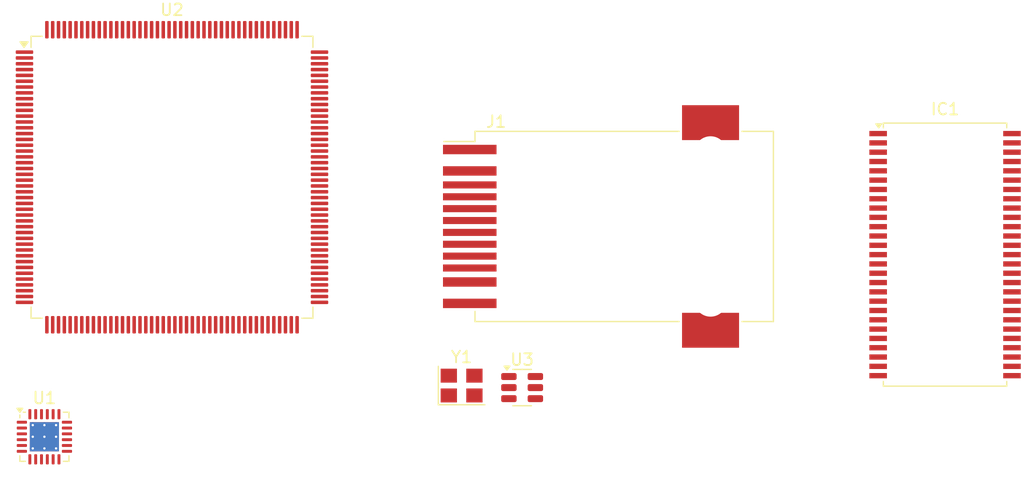
<source format=kicad_pcb>
(kicad_pcb (version 20240108) (generator "pcbnew") (generator_version "8.0")
  (layers (0 "F.Cu" signal) (31 "B.Cu" signal) (34 "B.Paste" user) (35 "F.Paste" user) (36 "B.SilkS" user "B.Silkscreen") (37 "F.SilkS" user "F.Silkscreen") (38 "B.Mask" user) (39 "F.Mask" user) (44 "Edge.Cuts" user))
  (net 0 "")
  (net 1 "Net-(J1-TD-)")
  (net 2 "+3V3_FER")
  (net 3 "Net-(J1-RD+)")
  (net 4 "Net-(J1-RD-)")
  (net 5 "Earth")
  (net 6 "/Ethernet/LED_G")
  (net 7 "Net-(J1-Pad11)")
  (net 8 "Net-(J1-TD+)")
  (net 9 "Net-(J1-Pad2)")
  (net 10 "/Ethernet/LED_Y")
  (net 13 "GND")
  (net 20 "Net-(U1-VDDCR)")
  (net 22 "Net-(U1-RBIAS)")
  (net 24 "+3V3")
  (net 30 "Net-(U2A-VSS-Pad102)")
  (footprint "Crystal:Crystal_SMD_3225-4Pin_3.2x2.5mm" (layer "F.Cu") (at 141.61 90.35)
    (property "Reference" "Y1" (at 0 -2.45 0) (layer "F.SilkS"))
    (property "Value" "830108174209")
    (fp_line (start -2 -1.65) (end -2 1.65) (stroke (width 0.12)) (layer "F.SilkS"))
    (fp_line (start -2 1.65) (end 2 1.65) (stroke (width 0.12)) (layer "F.SilkS"))
    (pad "1" smd rect (at -1.1 0.85) (size 1.4 1.2) (layers "F.Cu" "F.Paste" "F.Mask"))
    (pad "2" smd rect (at 1.1 0.85) (size 1.4 1.2) (layers "F.Cu" "F.Paste" "F.Mask"))
    (pad "3" smd rect (at 1.1 -0.85) (size 1.4 1.2) (layers "F.Cu" "F.Paste" "F.Mask"))
    (pad "4" smd rect (at -1.1 -0.85) (size 1.4 1.2) (layers "F.Cu" "F.Paste" "F.Mask"))
  )
  (footprint "Package_QFP:LQFP-176_24x24mm_P0.5mm" (layer "F.Cu") (at 116.725 72.45)
    (property "Reference" "U2" (at 0 -14.38 0) (layer "F.SilkS"))
    (property "Value" "STM32H753IITx")
    (fp_line (start -12.11 -12.11) (end -12.11 -11.16) (stroke (width 0.12)) (layer "F.SilkS"))
    (fp_line (start -12.11 12.11) (end -12.11 11.16) (stroke (width 0.12)) (layer "F.SilkS"))
    (fp_line (start -11.16 -12.11) (end -12.11 -12.11) (stroke (width 0.12)) (layer "F.SilkS"))
    (fp_line (start -11.16 12.11) (end -12.11 12.11) (stroke (width 0.12)) (layer "F.SilkS"))
    (fp_line (start 11.16 -12.11) (end 12.11 -12.11) (stroke (width 0.12)) (layer "F.SilkS"))
    (fp_line (start 11.16 12.11) (end 12.11 12.11) (stroke (width 0.12)) (layer "F.SilkS"))
    (fp_line (start 12.11 -12.11) (end 12.11 -11.16) (stroke (width 0.12)) (layer "F.SilkS"))
    (fp_line (start 12.11 12.11) (end 12.11 11.16) (stroke (width 0.12)) (layer "F.SilkS"))
    (fp_poly (pts (xy -12.7125 -11.16) (xy -13.0525 -11.63) (xy -12.3725 -11.63) (xy -12.7125 -11.16)) (stroke (width 0.12)) (fill solid) (layer "F.SilkS"))
    (pad "1" smd roundrect (at -12.675 -10.75) (size 1.5 0.3) (layers "F.Cu" "F.Paste" "F.Mask"))
    (pad "2" smd roundrect (at -12.675 -10.25) (size 1.5 0.3) (layers "F.Cu" "F.Paste" "F.Mask"))
    (pad "3" smd roundrect (at -12.675 -9.75) (size 1.5 0.3) (layers "F.Cu" "F.Paste" "F.Mask"))
    (pad "4" smd roundrect (at -12.675 -9.25) (size 1.5 0.3) (layers "F.Cu" "F.Paste" "F.Mask"))
    (pad "5" smd roundrect (at -12.675 -8.75) (size 1.5 0.3) (layers "F.Cu" "F.Paste" "F.Mask"))
    (pad "6" smd roundrect (at -12.675 -8.25) (size 1.5 0.3) (layers "F.Cu" "F.Paste" "F.Mask"))
    (pad "7" smd roundrect (at -12.675 -7.75) (size 1.5 0.3) (layers "F.Cu" "F.Paste" "F.Mask"))
    (pad "8" smd roundrect (at -12.675 -7.25) (size 1.5 0.3) (layers "F.Cu" "F.Paste" "F.Mask"))
    (pad "9" smd roundrect (at -12.675 -6.75) (size 1.5 0.3) (layers "F.Cu" "F.Paste" "F.Mask"))
    (pad "10" smd roundrect (at -12.675 -6.25) (size 1.5 0.3) (layers "F.Cu" "F.Paste" "F.Mask"))
    (pad "11" smd roundrect (at -12.675 -5.75) (size 1.5 0.3) (layers "F.Cu" "F.Paste" "F.Mask"))
    (pad "12" smd roundrect (at -12.675 -5.25) (size 1.5 0.3) (layers "F.Cu" "F.Paste" "F.Mask"))
    (pad "13" smd roundrect (at -12.675 -4.75) (size 1.5 0.3) (layers "F.Cu" "F.Paste" "F.Mask"))
    (pad "14" smd roundrect (at -12.675 -4.25) (size 1.5 0.3) (layers "F.Cu" "F.Paste" "F.Mask") (net 30 "Net-(U2A-VSS-Pad102)"))
    (pad "15" smd roundrect (at -12.675 -3.75) (size 1.5 0.3) (layers "F.Cu" "F.Paste" "F.Mask"))
    (pad "16" smd roundrect (at -12.675 -3.25) (size 1.5 0.3) (layers "F.Cu" "F.Paste" "F.Mask"))
    (pad "17" smd roundrect (at -12.675 -2.75) (size 1.5 0.3) (layers "F.Cu" "F.Paste" "F.Mask"))
    (pad "18" smd roundrect (at -12.675 -2.25) (size 1.5 0.3) (layers "F.Cu" "F.Paste" "F.Mask"))
    (pad "19" smd roundrect (at -12.675 -1.75) (size 1.5 0.3) (layers "F.Cu" "F.Paste" "F.Mask"))
    (pad "20" smd roundrect (at -12.675 -1.25) (size 1.5 0.3) (layers "F.Cu" "F.Paste" "F.Mask"))
    (pad "21" smd roundrect (at -12.675 -0.75) (size 1.5 0.3) (layers "F.Cu" "F.Paste" "F.Mask"))
    (pad "22" smd roundrect (at -12.675 -0.25) (size 1.5 0.3) (layers "F.Cu" "F.Paste" "F.Mask") (net 30 "Net-(U2A-VSS-Pad102)"))
    (pad "23" smd roundrect (at -12.675 0.25) (size 1.5 0.3) (layers "F.Cu" "F.Paste" "F.Mask"))
    (pad "24" smd roundrect (at -12.675 0.75) (size 1.5 0.3) (layers "F.Cu" "F.Paste" "F.Mask"))
    (pad "25" smd roundrect (at -12.675 1.25) (size 1.5 0.3) (layers "F.Cu" "F.Paste" "F.Mask"))
    (pad "26" smd roundrect (at -12.675 1.75) (size 1.5 0.3) (layers "F.Cu" "F.Paste" "F.Mask"))
    (pad "27" smd roundrect (at -12.675 2.25) (size 1.5 0.3) (layers "F.Cu" "F.Paste" "F.Mask"))
    (pad "28" smd roundrect (at -12.675 2.75) (size 1.5 0.3) (layers "F.Cu" "F.Paste" "F.Mask"))
    (pad "29" smd roundrect (at -12.675 3.25) (size 1.5 0.3) (layers "F.Cu" "F.Paste" "F.Mask"))
    (pad "30" smd roundrect (at -12.675 3.75) (size 1.5 0.3) (layers "F.Cu" "F.Paste" "F.Mask"))
    (pad "31" smd roundrect (at -12.675 4.25) (size 1.5 0.3) (layers "F.Cu" "F.Paste" "F.Mask"))
    (pad "32" smd roundrect (at -12.675 4.75) (size 1.5 0.3) (layers "F.Cu" "F.Paste" "F.Mask"))
    (pad "33" smd roundrect (at -12.675 5.25) (size 1.5 0.3) (layers "F.Cu" "F.Paste" "F.Mask"))
    (pad "34" smd roundrect (at -12.675 5.75) (size 1.5 0.3) (layers "F.Cu" "F.Paste" "F.Mask"))
    (pad "35" smd roundrect (at -12.675 6.25) (size 1.5 0.3) (layers "F.Cu" "F.Paste" "F.Mask"))
    (pad "36" smd roundrect (at -12.675 6.75) (size 1.5 0.3) (layers "F.Cu" "F.Paste" "F.Mask"))
    (pad "37" smd roundrect (at -12.675 7.25) (size 1.5 0.3) (layers "F.Cu" "F.Paste" "F.Mask"))
    (pad "38" smd roundrect (at -12.675 7.75) (size 1.5 0.3) (layers "F.Cu" "F.Paste" "F.Mask"))
    (pad "39" smd roundrect (at -12.675 8.25) (size 1.5 0.3) (layers "F.Cu" "F.Paste" "F.Mask"))
    (pad "40" smd roundrect (at -12.675 8.75) (size 1.5 0.3) (layers "F.Cu" "F.Paste" "F.Mask"))
    (pad "41" smd roundrect (at -12.675 9.25) (size 1.5 0.3) (layers "F.Cu" "F.Paste" "F.Mask"))
    (pad "42" smd roundrect (at -12.675 9.75) (size 1.5 0.3) (layers "F.Cu" "F.Paste" "F.Mask"))
    (pad "43" smd roundrect (at -12.675 10.25) (size 1.5 0.3) (layers "F.Cu" "F.Paste" "F.Mask"))
    (pad "44" smd roundrect (at -12.675 10.75) (size 1.5 0.3) (layers "F.Cu" "F.Paste" "F.Mask"))
    (pad "45" smd roundrect (at -10.75 12.675) (size 0.3 1.5) (layers "F.Cu" "F.Paste" "F.Mask"))
    (pad "46" smd roundrect (at -10.25 12.675) (size 0.3 1.5) (layers "F.Cu" "F.Paste" "F.Mask"))
    (pad "47" smd roundrect (at -9.75 12.675) (size 0.3 1.5) (layers "F.Cu" "F.Paste" "F.Mask"))
    (pad "48" smd roundrect (at -9.25 12.675) (size 0.3 1.5) (layers "F.Cu" "F.Paste" "F.Mask") (net 30 "Net-(U2A-VSS-Pad102)"))
    (pad "49" smd roundrect (at -8.75 12.675) (size 0.3 1.5) (layers "F.Cu" "F.Paste" "F.Mask"))
    (pad "50" smd roundrect (at -8.25 12.675) (size 0.3 1.5) (layers "F.Cu" "F.Paste" "F.Mask"))
    (pad "51" smd roundrect (at -7.75 12.675) (size 0.3 1.5) (layers "F.Cu" "F.Paste" "F.Mask"))
    (pad "52" smd roundrect (at -7.25 12.675) (size 0.3 1.5) (layers "F.Cu" "F.Paste" "F.Mask"))
    (pad "53" smd roundrect (at -6.75 12.675) (size 0.3 1.5) (layers "F.Cu" "F.Paste" "F.Mask"))
    (pad "54" smd roundrect (at -6.25 12.675) (size 0.3 1.5) (layers "F.Cu" "F.Paste" "F.Mask"))
    (pad "55" smd roundrect (at -5.75 12.675) (size 0.3 1.5) (layers "F.Cu" "F.Paste" "F.Mask"))
    (pad "56" smd roundrect (at -5.25 12.675) (size 0.3 1.5) (layers "F.Cu" "F.Paste" "F.Mask"))
    (pad "57" smd roundrect (at -4.75 12.675) (size 0.3 1.5) (layers "F.Cu" "F.Paste" "F.Mask"))
    (pad "58" smd roundrect (at -4.25 12.675) (size 0.3 1.5) (layers "F.Cu" "F.Paste" "F.Mask"))
    (pad "59" smd roundrect (at -3.75 12.675) (size 0.3 1.5) (layers "F.Cu" "F.Paste" "F.Mask"))
    (pad "60" smd roundrect (at -3.25 12.675) (size 0.3 1.5) (layers "F.Cu" "F.Paste" "F.Mask"))
    (pad "61" smd roundrect (at -2.75 12.675) (size 0.3 1.5) (layers "F.Cu" "F.Paste" "F.Mask") (net 30 "Net-(U2A-VSS-Pad102)"))
    (pad "62" smd roundrect (at -2.25 12.675) (size 0.3 1.5) (layers "F.Cu" "F.Paste" "F.Mask"))
    (pad "63" smd roundrect (at -1.75 12.675) (size 0.3 1.5) (layers "F.Cu" "F.Paste" "F.Mask"))
    (pad "64" smd roundrect (at -1.25 12.675) (size 0.3 1.5) (layers "F.Cu" "F.Paste" "F.Mask"))
    (pad "65" smd roundrect (at -0.75 12.675) (size 0.3 1.5) (layers "F.Cu" "F.Paste" "F.Mask"))
    (pad "66" smd roundrect (at -0.25 12.675) (size 0.3 1.5) (layers "F.Cu" "F.Paste" "F.Mask"))
    (pad "67" smd roundrect (at 0.25 12.675) (size 0.3 1.5) (layers "F.Cu" "F.Paste" "F.Mask"))
    (pad "68" smd roundrect (at 0.75 12.675) (size 0.3 1.5) (layers "F.Cu" "F.Paste" "F.Mask"))
    (pad "69" smd roundrect (at 1.25 12.675) (size 0.3 1.5) (layers "F.Cu" "F.Paste" "F.Mask"))
    (pad "70" smd roundrect (at 1.75 12.675) (size 0.3 1.5) (layers "F.Cu" "F.Paste" "F.Mask"))
    (pad "71" smd roundrect (at 2.25 12.675) (size 0.3 1.5) (layers "F.Cu" "F.Paste" "F.Mask") (net 30 "Net-(U2A-VSS-Pad102)"))
    (pad "72" smd roundrect (at 2.75 12.675) (size 0.3 1.5) (layers "F.Cu" "F.Paste" "F.Mask"))
    (pad "73" smd roundrect (at 3.25 12.675) (size 0.3 1.5) (layers "F.Cu" "F.Paste" "F.Mask"))
    (pad "74" smd roundrect (at 3.75 12.675) (size 0.3 1.5) (layers "F.Cu" "F.Paste" "F.Mask"))
    (pad "75" smd roundrect (at 4.25 12.675) (size 0.3 1.5) (layers "F.Cu" "F.Paste" "F.Mask"))
    (pad "76" smd roundrect (at 4.75 12.675) (size 0.3 1.5) (layers "F.Cu" "F.Paste" "F.Mask"))
    (pad "77" smd roundrect (at 5.25 12.675) (size 0.3 1.5) (layers "F.Cu" "F.Paste" "F.Mask"))
    (pad "78" smd roundrect (at 5.75 12.675) (size 0.3 1.5) (layers "F.Cu" "F.Paste" "F.Mask"))
    (pad "79" smd roundrect (at 6.25 12.675) (size 0.3 1.5) (layers "F.Cu" "F.Paste" "F.Mask"))
    (pad "80" smd roundrect (at 6.75 12.675) (size 0.3 1.5) (layers "F.Cu" "F.Paste" "F.Mask"))
    (pad "81" smd roundrect (at 7.25 12.675) (size 0.3 1.5) (layers "F.Cu" "F.Paste" "F.Mask"))
    (pad "82" smd roundrect (at 7.75 12.675) (size 0.3 1.5) (layers "F.Cu" "F.Paste" "F.Mask"))
    (pad "83" smd roundrect (at 8.25 12.675) (size 0.3 1.5) (layers "F.Cu" "F.Paste" "F.Mask"))
    (pad "84" smd roundrect (at 8.75 12.675) (size 0.3 1.5) (layers "F.Cu" "F.Paste" "F.Mask"))
    (pad "85" smd roundrect (at 9.25 12.675) (size 0.3 1.5) (layers "F.Cu" "F.Paste" "F.Mask"))
    (pad "86" smd roundrect (at 9.75 12.675) (size 0.3 1.5) (layers "F.Cu" "F.Paste" "F.Mask"))
    (pad "87" smd roundrect (at 10.25 12.675) (size 0.3 1.5) (layers "F.Cu" "F.Paste" "F.Mask"))
    (pad "88" smd roundrect (at 10.75 12.675) (size 0.3 1.5) (layers "F.Cu" "F.Paste" "F.Mask"))
    (pad "89" smd roundrect (at 12.675 10.75) (size 1.5 0.3) (layers "F.Cu" "F.Paste" "F.Mask"))
    (pad "90" smd roundrect (at 12.675 10.25) (size 1.5 0.3) (layers "F.Cu" "F.Paste" "F.Mask") (net 30 "Net-(U2A-VSS-Pad102)"))
    (pad "91" smd roundrect (at 12.675 9.75) (size 1.5 0.3) (layers "F.Cu" "F.Paste" "F.Mask"))
    (pad "92" smd roundrect (at 12.675 9.25) (size 1.5 0.3) (layers "F.Cu" "F.Paste" "F.Mask"))
    (pad "93" smd roundrect (at 12.675 8.75) (size 1.5 0.3) (layers "F.Cu" "F.Paste" "F.Mask"))
    (pad "94" smd roundrect (at 12.675 8.25) (size 1.5 0.3) (layers "F.Cu" "F.Paste" "F.Mask"))
    (pad "95" smd roundrect (at 12.675 7.75) (size 1.5 0.3) (layers "F.Cu" "F.Paste" "F.Mask"))
    (pad "96" smd roundrect (at 12.675 7.25) (size 1.5 0.3) (layers "F.Cu" "F.Paste" "F.Mask"))
    (pad "97" smd roundrect (at 12.675 6.75) (size 1.5 0.3) (layers "F.Cu" "F.Paste" "F.Mask"))
    (pad "98" smd roundrect (at 12.675 6.25) (size 1.5 0.3) (layers "F.Cu" "F.Paste" "F.Mask"))
    (pad "99" smd roundrect (at 12.675 5.75) (size 1.5 0.3) (layers "F.Cu" "F.Paste" "F.Mask"))
    (pad "100" smd roundrect (at 12.675 5.25) (size 1.5 0.3) (layers "F.Cu" "F.Paste" "F.Mask"))
    (pad "101" smd roundrect (at 12.675 4.75) (size 1.5 0.3) (layers "F.Cu" "F.Paste" "F.Mask"))
    (pad "102" smd roundrect (at 12.675 4.25) (size 1.5 0.3) (layers "F.Cu" "F.Paste" "F.Mask") (net 30 "Net-(U2A-VSS-Pad102)"))
    (pad "103" smd roundrect (at 12.675 3.75) (size 1.5 0.3) (layers "F.Cu" "F.Paste" "F.Mask"))
    (pad "104" smd roundrect (at 12.675 3.25) (size 1.5 0.3) (layers "F.Cu" "F.Paste" "F.Mask"))
    (pad "105" smd roundrect (at 12.675 2.75) (size 1.5 0.3) (layers "F.Cu" "F.Paste" "F.Mask"))
    (pad "106" smd roundrect (at 12.675 2.25) (size 1.5 0.3) (layers "F.Cu" "F.Paste" "F.Mask"))
    (pad "107" smd roundrect (at 12.675 1.75) (size 1.5 0.3) (layers "F.Cu" "F.Paste" "F.Mask"))
    (pad "108" smd roundrect (at 12.675 1.25) (size 1.5 0.3) (layers "F.Cu" "F.Paste" "F.Mask"))
    (pad "109" smd roundrect (at 12.675 0.75) (size 1.5 0.3) (layers "F.Cu" "F.Paste" "F.Mask"))
    (pad "110" smd roundrect (at 12.675 0.25) (size 1.5 0.3) (layers "F.Cu" "F.Paste" "F.Mask"))
    (pad "111" smd roundrect (at 12.675 -0.25) (size 1.5 0.3) (layers "F.Cu" "F.Paste" "F.Mask"))
    (pad "112" smd roundrect (at 12.675 -0.75) (size 1.5 0.3) (layers "F.Cu" "F.Paste" "F.Mask"))
    (pad "113" smd roundrect (at 12.675 -1.25) (size 1.5 0.3) (layers "F.Cu" "F.Paste" "F.Mask") (net 30 "Net-(U2A-VSS-Pad102)"))
    (pad "114" smd roundrect (at 12.675 -1.75) (size 1.5 0.3) (layers "F.Cu" "F.Paste" "F.Mask"))
    (pad "115" smd roundrect (at 12.675 -2.25) (size 1.5 0.3) (layers "F.Cu" "F.Paste" "F.Mask"))
    (pad "116" smd roundrect (at 12.675 -2.75) (size 1.5 0.3) (layers "F.Cu" "F.Paste" "F.Mask"))
    (pad "117" smd roundrect (at 12.675 -3.25) (size 1.5 0.3) (layers "F.Cu" "F.Paste" "F.Mask"))
    (pad "118" smd roundrect (at 12.675 -3.75) (size 1.5 0.3) (layers "F.Cu" "F.Paste" "F.Mask"))
    (pad "119" smd roundrect (at 12.675 -4.25) (size 1.5 0.3) (layers "F.Cu" "F.Paste" "F.Mask"))
    (pad "120" smd roundrect (at 12.675 -4.75) (size 1.5 0.3) (layers "F.Cu" "F.Paste" "F.Mask"))
    (pad "121" smd roundrect (at 12.675 -5.25) (size 1.5 0.3) (layers "F.Cu" "F.Paste" "F.Mask"))
    (pad "122" smd roundrect (at 12.675 -5.75) (size 1.5 0.3) (layers "F.Cu" "F.Paste" "F.Mask"))
    (pad "123" smd roundrect (at 12.675 -6.25) (size 1.5 0.3) (layers "F.Cu" "F.Paste" "F.Mask"))
    (pad "124" smd roundrect (at 12.675 -6.75) (size 1.5 0.3) (layers "F.Cu" "F.Paste" "F.Mask"))
    (pad "125" smd roundrect (at 12.675 -7.25) (size 1.5 0.3) (layers "F.Cu" "F.Paste" "F.Mask"))
    (pad "126" smd roundrect (at 12.675 -7.75) (size 1.5 0.3) (layers "F.Cu" "F.Paste" "F.Mask") (net 30 "Net-(U2A-VSS-Pad102)"))
    (pad "127" smd roundrect (at 12.675 -8.25) (size 1.5 0.3) (layers "F.Cu" "F.Paste" "F.Mask"))
    (pad "128" smd roundrect (at 12.675 -8.75) (size 1.5 0.3) (layers "F.Cu" "F.Paste" "F.Mask"))
    (pad "129" smd roundrect (at 12.675 -9.25) (size 1.5 0.3) (layers "F.Cu" "F.Paste" "F.Mask"))
    (pad "130" smd roundrect (at 12.675 -9.75) (size 1.5 0.3) (layers "F.Cu" "F.Paste" "F.Mask"))
    (pad "131" smd roundrect (at 12.675 -10.25) (size 1.5 0.3) (layers "F.Cu" "F.Paste" "F.Mask"))
    (pad "132" smd roundrect (at 12.675 -10.75) (size 1.5 0.3) (layers "F.Cu" "F.Paste" "F.Mask"))
    (pad "133" smd roundrect (at 10.75 -12.675) (size 0.3 1.5) (layers "F.Cu" "F.Paste" "F.Mask"))
    (pad "134" smd roundrect (at 10.25 -12.675) (size 0.3 1.5) (layers "F.Cu" "F.Paste" "F.Mask"))
    (pad "135" smd roundrect (at 9.75 -12.675) (size 0.3 1.5) (layers "F.Cu" "F.Paste" "F.Mask") (net 30 "Net-(U2A-VSS-Pad102)"))
    (pad "136" smd roundrect (at 9.25 -12.675) (size 0.3 1.5) (layers "F.Cu" "F.Paste" "F.Mask"))
    (pad "137" smd roundrect (at 8.75 -12.675) (size 0.3 1.5) (layers "F.Cu" "F.Paste" "F.Mask"))
    (pad "138" smd roundrect (at 8.25 -12.675) (size 0.3 1.5) (layers "F.Cu" "F.Paste" "F.Mask"))
    (pad "139" smd roundrect (at 7.75 -12.675) (size 0.3 1.5) (layers "F.Cu" "F.Paste" "F.Mask"))
    (pad "140" smd roundrect (at 7.25 -12.675) (size 0.3 1.5) (layers "F.Cu" "F.Paste" "F.Mask"))
    (pad "141" smd roundrect (at 6.75 -12.675) (size 0.3 1.5) (layers "F.Cu" "F.Paste" "F.Mask"))
    (pad "142" smd roundrect (at 6.25 -12.675) (size 0.3 1.5) (layers "F.Cu" "F.Paste" "F.Mask"))
    (pad "143" smd roundrect (at 5.75 -12.675) (size 0.3 1.5) (layers "F.Cu" "F.Paste" "F.Mask"))
    (pad "144" smd roundrect (at 5.25 -12.675) (size 0.3 1.5) (layers "F.Cu" "F.Paste" "F.Mask"))
    (pad "145" smd roundrect (at 4.75 -12.675) (size 0.3 1.5) (layers "F.Cu" "F.Paste" "F.Mask"))
    (pad "146" smd roundrect (at 4.25 -12.675) (size 0.3 1.5) (layers "F.Cu" "F.Paste" "F.Mask"))
    (pad "147" smd roundrect (at 3.75 -12.675) (size 0.3 1.5) (layers "F.Cu" "F.Paste" "F.Mask"))
    (pad "148" smd roundrect (at 3.25 -12.675) (size 0.3 1.5) (layers "F.Cu" "F.Paste" "F.Mask") (net 30 "Net-(U2A-VSS-Pad102)"))
    (pad "149" smd roundrect (at 2.75 -12.675) (size 0.3 1.5) (layers "F.Cu" "F.Paste" "F.Mask"))
    (pad "150" smd roundrect (at 2.25 -12.675) (size 0.3 1.5) (layers "F.Cu" "F.Paste" "F.Mask"))
    (pad "151" smd roundrect (at 1.75 -12.675) (size 0.3 1.5) (layers "F.Cu" "F.Paste" "F.Mask"))
    (pad "152" smd roundrect (at 1.25 -12.675) (size 0.3 1.5) (layers "F.Cu" "F.Paste" "F.Mask"))
    (pad "153" smd roundrect (at 0.75 -12.675) (size 0.3 1.5) (layers "F.Cu" "F.Paste" "F.Mask"))
    (pad "154" smd roundrect (at 0.25 -12.675) (size 0.3 1.5) (layers "F.Cu" "F.Paste" "F.Mask"))
    (pad "155" smd roundrect (at -0.25 -12.675) (size 0.3 1.5) (layers "F.Cu" "F.Paste" "F.Mask"))
    (pad "156" smd roundrect (at -0.75 -12.675) (size 0.3 1.5) (layers "F.Cu" "F.Paste" "F.Mask"))
    (pad "157" smd roundrect (at -1.25 -12.675) (size 0.3 1.5) (layers "F.Cu" "F.Paste" "F.Mask"))
    (pad "158" smd roundrect (at -1.75 -12.675) (size 0.3 1.5) (layers "F.Cu" "F.Paste" "F.Mask") (net 30 "Net-(U2A-VSS-Pad102)"))
    (pad "159" smd roundrect (at -2.25 -12.675) (size 0.3 1.5) (layers "F.Cu" "F.Paste" "F.Mask"))
    (pad "160" smd roundrect (at -2.75 -12.675) (size 0.3 1.5) (layers "F.Cu" "F.Paste" "F.Mask"))
    (pad "161" smd roundrect (at -3.25 -12.675) (size 0.3 1.5) (layers "F.Cu" "F.Paste" "F.Mask"))
    (pad "162" smd roundrect (at -3.75 -12.675) (size 0.3 1.5) (layers "F.Cu" "F.Paste" "F.Mask"))
    (pad "163" smd roundrect (at -4.25 -12.675) (size 0.3 1.5) (layers "F.Cu" "F.Paste" "F.Mask"))
    (pad "164" smd roundrect (at -4.75 -12.675) (size 0.3 1.5) (layers "F.Cu" "F.Paste" "F.Mask"))
    (pad "165" smd roundrect (at -5.25 -12.675) (size 0.3 1.5) (layers "F.Cu" "F.Paste" "F.Mask"))
    (pad "166" smd roundrect (at -5.75 -12.675) (size 0.3 1.5) (layers "F.Cu" "F.Paste" "F.Mask"))
    (pad "167" smd roundrect (at -6.25 -12.675) (size 0.3 1.5) (layers "F.Cu" "F.Paste" "F.Mask"))
    (pad "168" smd roundrect (at -6.75 -12.675) (size 0.3 1.5) (layers "F.Cu" "F.Paste" "F.Mask"))
    (pad "169" smd roundrect (at -7.25 -12.675) (size 0.3 1.5) (layers "F.Cu" "F.Paste" "F.Mask"))
    (pad "170" smd roundrect (at -7.75 -12.675) (size 0.3 1.5) (layers "F.Cu" "F.Paste" "F.Mask"))
    (pad "171" smd roundrect (at -8.25 -12.675) (size 0.3 1.5) (layers "F.Cu" "F.Paste" "F.Mask"))
    (pad "172" smd roundrect (at -8.75 -12.675) (size 0.3 1.5) (layers "F.Cu" "F.Paste" "F.Mask"))
    (pad "173" smd roundrect (at -9.25 -12.675) (size 0.3 1.5) (layers "F.Cu" "F.Paste" "F.Mask"))
    (pad "174" smd roundrect (at -9.75 -12.675) (size 0.3 1.5) (layers "F.Cu" "F.Paste" "F.Mask"))
    (pad "175" smd roundrect (at -10.25 -12.675) (size 0.3 1.5) (layers "F.Cu" "F.Paste" "F.Mask"))
    (pad "176" smd roundrect (at -10.75 -12.675) (size 0.3 1.5) (layers "F.Cu" "F.Paste" "F.Mask"))
  )
  (footprint "Package_TO_SOT_SMD:SOT-23-6" (layer "F.Cu") (at 146.81 90.525)
    (property "Reference" "U3" (at 0 -2.4 0) (layer "F.SilkS"))
    (property "Value" "USBLC6-4SC6")
    (fp_line (start 0 -1.56) (end -0.8 -1.56) (stroke (width 0.12)) (layer "F.SilkS"))
    (fp_line (start 0 -1.56) (end 0.8 -1.56) (stroke (width 0.12)) (layer "F.SilkS"))
    (fp_line (start 0 1.56) (end -0.8 1.56) (stroke (width 0.12)) (layer "F.SilkS"))
    (fp_line (start 0 1.56) (end 0.8 1.56) (stroke (width 0.12)) (layer "F.SilkS"))
    (fp_poly (pts (xy -1.3 -1.51) (xy -1.54 -1.84) (xy -1.06 -1.84) (xy -1.3 -1.51)) (stroke (width 0.12)) (fill solid) (layer "F.SilkS"))
    (pad "1" smd roundrect (at -1.1375 -0.95) (size 1.325 0.6) (layers "F.Cu" "F.Paste" "F.Mask") (net 8 "Net-(J1-TD+)"))
    (pad "2" smd roundrect (at -1.1375 0) (size 1.325 0.6) (layers "F.Cu" "F.Paste" "F.Mask") (net 13 "GND"))
    (pad "3" smd roundrect (at -1.1375 0.95) (size 1.325 0.6) (layers "F.Cu" "F.Paste" "F.Mask") (net 1 "Net-(J1-TD-)"))
    (pad "4" smd roundrect (at 1.1375 0.95) (size 1.325 0.6) (layers "F.Cu" "F.Paste" "F.Mask") (net 3 "Net-(J1-RD+)"))
    (pad "5" smd roundrect (at 1.1375 0) (size 1.325 0.6) (layers "F.Cu" "F.Paste" "F.Mask") (net 2 "+3V3_FER"))
    (pad "6" smd roundrect (at 1.1375 -0.95) (size 1.325 0.6) (layers "F.Cu" "F.Paste" "F.Mask") (net 4 "Net-(J1-RD-)"))
  )
  (footprint "Package_SO:TSOP-II-54_22.2x10.16mm_P0.8mm" (layer "F.Cu") (at 183.15 79.1)
    (property "Reference" "IC1" (at 0 -12.5 0) (layer "F.SilkS"))
    (property "Value" "W9825G6KH-5")
    (fp_line (start -5.3 -11.3) (end 5.3 -11.3) (stroke (width 0.12)) (layer "F.SilkS"))
    (fp_line (start -5.3 -10.9) (end -5.3 -11.3) (stroke (width 0.12)) (layer "F.SilkS"))
    (fp_line (start -5.3 10.9) (end -5.3 11.3) (stroke (width 0.12)) (layer "F.SilkS"))
    (fp_line (start -5.3 11.3) (end 5.3 11.3) (stroke (width 0.12)) (layer "F.SilkS"))
    (fp_line (start 5.3 -11.3) (end 5.3 -10.9) (stroke (width 0.12)) (layer "F.SilkS"))
    (fp_line (start 5.3 10.9) (end 5.3 11.3) (stroke (width 0.12)) (layer "F.SilkS"))
    (fp_poly (pts (xy -5.7 -10.9) (xy -5.94 -11.23) (xy -5.46 -11.23) (xy -5.7 -10.9)) (stroke (width 0.12)) (fill solid) (layer "F.SilkS"))
    (pad "1" smd rect (at -5.75 -10.4) (size 1.51 0.458) (layers "F.Cu" "F.Paste" "F.Mask"))
    (pad "2" smd rect (at -5.75 -9.6) (size 1.51 0.458) (layers "F.Cu" "F.Paste" "F.Mask"))
    (pad "3" smd rect (at -5.75 -8.8) (size 1.51 0.458) (layers "F.Cu" "F.Paste" "F.Mask"))
    (pad "4" smd rect (at -5.75 -8) (size 1.51 0.458) (layers "F.Cu" "F.Paste" "F.Mask"))
    (pad "5" smd rect (at -5.75 -7.2) (size 1.51 0.458) (layers "F.Cu" "F.Paste" "F.Mask"))
    (pad "6" smd rect (at -5.75 -6.4) (size 1.51 0.458) (layers "F.Cu" "F.Paste" "F.Mask"))
    (pad "7" smd rect (at -5.75 -5.6) (size 1.51 0.458) (layers "F.Cu" "F.Paste" "F.Mask"))
    (pad "8" smd rect (at -5.75 -4.8) (size 1.51 0.458) (layers "F.Cu" "F.Paste" "F.Mask"))
    (pad "9" smd rect (at -5.75 -4) (size 1.51 0.458) (layers "F.Cu" "F.Paste" "F.Mask"))
    (pad "10" smd rect (at -5.75 -3.2) (size 1.51 0.458) (layers "F.Cu" "F.Paste" "F.Mask"))
    (pad "11" smd rect (at -5.75 -2.4) (size 1.51 0.458) (layers "F.Cu" "F.Paste" "F.Mask"))
    (pad "12" smd rect (at -5.75 -1.6) (size 1.51 0.458) (layers "F.Cu" "F.Paste" "F.Mask"))
    (pad "13" smd rect (at -5.75 -0.8) (size 1.51 0.458) (layers "F.Cu" "F.Paste" "F.Mask"))
    (pad "14" smd rect (at -5.75 0) (size 1.51 0.458) (layers "F.Cu" "F.Paste" "F.Mask"))
    (pad "15" smd rect (at -5.75 0.8) (size 1.51 0.458) (layers "F.Cu" "F.Paste" "F.Mask"))
    (pad "16" smd rect (at -5.75 1.6) (size 1.51 0.458) (layers "F.Cu" "F.Paste" "F.Mask"))
    (pad "17" smd rect (at -5.75 2.4) (size 1.51 0.458) (layers "F.Cu" "F.Paste" "F.Mask"))
    (pad "18" smd rect (at -5.75 3.2) (size 1.51 0.458) (layers "F.Cu" "F.Paste" "F.Mask"))
    (pad "19" smd rect (at -5.75 4) (size 1.51 0.458) (layers "F.Cu" "F.Paste" "F.Mask"))
    (pad "20" smd rect (at -5.75 4.8) (size 1.51 0.458) (layers "F.Cu" "F.Paste" "F.Mask"))
    (pad "21" smd rect (at -5.75 5.6) (size 1.51 0.458) (layers "F.Cu" "F.Paste" "F.Mask"))
    (pad "22" smd rect (at -5.75 6.4) (size 1.51 0.458) (layers "F.Cu" "F.Paste" "F.Mask"))
    (pad "23" smd rect (at -5.75 7.2) (size 1.51 0.458) (layers "F.Cu" "F.Paste" "F.Mask"))
    (pad "24" smd rect (at -5.75 8) (size 1.51 0.458) (layers "F.Cu" "F.Paste" "F.Mask"))
    (pad "25" smd rect (at -5.75 8.8) (size 1.51 0.458) (layers "F.Cu" "F.Paste" "F.Mask"))
    (pad "26" smd rect (at -5.75 9.6) (size 1.51 0.458) (layers "F.Cu" "F.Paste" "F.Mask"))
    (pad "27" smd rect (at -5.75 10.4) (size 1.51 0.458) (layers "F.Cu" "F.Paste" "F.Mask"))
    (pad "28" smd rect (at 5.75 10.4) (size 1.51 0.458) (layers "F.Cu" "F.Paste" "F.Mask"))
    (pad "29" smd rect (at 5.75 9.6) (size 1.51 0.458) (layers "F.Cu" "F.Paste" "F.Mask"))
    (pad "30" smd rect (at 5.75 8.8) (size 1.51 0.458) (layers "F.Cu" "F.Paste" "F.Mask"))
    (pad "31" smd rect (at 5.75 8) (size 1.51 0.458) (layers "F.Cu" "F.Paste" "F.Mask"))
    (pad "32" smd rect (at 5.75 7.2) (size 1.51 0.458) (layers "F.Cu" "F.Paste" "F.Mask"))
    (pad "33" smd rect (at 5.75 6.4) (size 1.51 0.458) (layers "F.Cu" "F.Paste" "F.Mask"))
    (pad "34" smd rect (at 5.75 5.6) (size 1.51 0.458) (layers "F.Cu" "F.Paste" "F.Mask"))
    (pad "35" smd rect (at 5.75 4.8) (size 1.51 0.458) (layers "F.Cu" "F.Paste" "F.Mask"))
    (pad "36" smd rect (at 5.75 4) (size 1.51 0.458) (layers "F.Cu" "F.Paste" "F.Mask"))
    (pad "37" smd rect (at 5.75 3.2) (size 1.51 0.458) (layers "F.Cu" "F.Paste" "F.Mask"))
    (pad "38" smd rect (at 5.75 2.4) (size 1.51 0.458) (layers "F.Cu" "F.Paste" "F.Mask"))
    (pad "39" smd rect (at 5.75 1.6) (size 1.51 0.458) (layers "F.Cu" "F.Paste" "F.Mask"))
    (pad "40" smd rect (at 5.75 0.8) (size 1.51 0.458) (layers "F.Cu" "F.Paste" "F.Mask"))
    (pad "41" smd rect (at 5.75 0) (size 1.51 0.458) (layers "F.Cu" "F.Paste" "F.Mask"))
    (pad "42" smd rect (at 5.75 -0.8) (size 1.51 0.458) (layers "F.Cu" "F.Paste" "F.Mask"))
    (pad "43" smd rect (at 5.75 -1.6) (size 1.51 0.458) (layers "F.Cu" "F.Paste" "F.Mask"))
    (pad "44" smd rect (at 5.75 -2.4) (size 1.51 0.458) (layers "F.Cu" "F.Paste" "F.Mask"))
    (pad "45" smd rect (at 5.75 -3.2) (size 1.51 0.458) (layers "F.Cu" "F.Paste" "F.Mask"))
    (pad "46" smd rect (at 5.75 -4) (size 1.51 0.458) (layers "F.Cu" "F.Paste" "F.Mask"))
    (pad "47" smd rect (at 5.75 -4.8) (size 1.51 0.458) (layers "F.Cu" "F.Paste" "F.Mask"))
    (pad "48" smd rect (at 5.75 -5.6) (size 1.51 0.458) (layers "F.Cu" "F.Paste" "F.Mask"))
    (pad "49" smd rect (at 5.75 -6.4) (size 1.51 0.458) (layers "F.Cu" "F.Paste" "F.Mask"))
    (pad "50" smd rect (at 5.75 -7.2) (size 1.51 0.458) (layers "F.Cu" "F.Paste" "F.Mask"))
    (pad "51" smd rect (at 5.75 -8) (size 1.51 0.458) (layers "F.Cu" "F.Paste" "F.Mask"))
    (pad "52" smd rect (at 5.75 -8.8) (size 1.51 0.458) (layers "F.Cu" "F.Paste" "F.Mask"))
    (pad "53" smd rect (at 5.75 -9.6) (size 1.51 0.458) (layers "F.Cu" "F.Paste" "F.Mask"))
    (pad "54" smd rect (at 5.75 -10.4) (size 1.51 0.458) (layers "F.Cu" "F.Paste" "F.Mask"))
  )
  (footprint "Package_DFN_QFN:VQFN-24-1EP_4x4mm_P0.5mm_EP2.5x2.5mm_ThermalVias" (layer "F.Cu") (at 105.7625 94.75)
    (property "Reference" "U1" (at 0 -3.33 0) (layer "F.SilkS"))
    (property "Value" "LAN8742A")
    (fp_line (start -2.11 -1.635) (end -2.11 -1.87) (stroke (width 0.12)) (layer "F.SilkS"))
    (fp_line (start -2.11 2.11) (end -2.11 1.635) (stroke (width 0.12)) (layer "F.SilkS"))
    (fp_line (start -1.635 -2.11) (end -1.81 -2.11) (stroke (width 0.12)) (layer "F.SilkS"))
    (fp_line (start -1.635 2.11) (end -2.11 2.11) (stroke (width 0.12)) (layer "F.SilkS"))
    (fp_line (start 1.635 -2.11) (end 2.11 -2.11) (stroke (width 0.12)) (layer "F.SilkS"))
    (fp_line (start 1.635 2.11) (end 2.11 2.11) (stroke (width 0.12)) (layer "F.SilkS"))
    (fp_line (start 2.11 -2.11) (end 2.11 -1.635) (stroke (width 0.12)) (layer "F.SilkS"))
    (fp_line (start 2.11 2.11) (end 2.11 1.635) (stroke (width 0.12)) (layer "F.SilkS"))
    (fp_poly (pts (xy -2.11 -2.11) (xy -2.35 -2.44) (xy -1.87 -2.44) (xy -2.11 -2.11)) (stroke (width 0.12)) (fill solid) (layer "F.SilkS"))
    (pad "1" smd roundrect (at -1.9375 -1.25) (size 0.875 0.25) (layers "F.Cu" "F.Paste" "F.Mask") (net 2 "+3V3_FER"))
    (pad "2" smd roundrect (at -1.9375 -0.75) (size 0.875 0.25) (layers "F.Cu" "F.Paste" "F.Mask") (net 6 "/Ethernet/LED_G"))
    (pad "3" smd roundrect (at -1.9375 -0.25) (size 0.875 0.25) (layers "F.Cu" "F.Paste" "F.Mask") (net 10 "/Ethernet/LED_Y"))
    (pad "4" smd roundrect (at -1.9375 0.25) (size 0.875 0.25) (layers "F.Cu" "F.Paste" "F.Mask"))
    (pad "5" smd roundrect (at -1.9375 0.75) (size 0.875 0.25) (layers "F.Cu" "F.Paste" "F.Mask"))
    (pad "6" smd roundrect (at -1.9375 1.25) (size 0.875 0.25) (layers "F.Cu" "F.Paste" "F.Mask") (net 20 "Net-(U1-VDDCR)"))
    (pad "7" smd roundrect (at -1.25 1.9375) (size 0.25 0.875) (layers "F.Cu" "F.Paste" "F.Mask"))
    (pad "8" smd roundrect (at -0.75 1.9375) (size 0.25 0.875) (layers "F.Cu" "F.Paste" "F.Mask"))
    (pad "9" smd roundrect (at -0.25 1.9375) (size 0.25 0.875) (layers "F.Cu" "F.Paste" "F.Mask") (net 24 "+3V3"))
    (pad "10" smd roundrect (at 0.25 1.9375) (size 0.25 0.875) (layers "F.Cu" "F.Paste" "F.Mask"))
    (pad "11" smd roundrect (at 0.75 1.9375) (size 0.25 0.875) (layers "F.Cu" "F.Paste" "F.Mask"))
    (pad "12" smd roundrect (at 1.25 1.9375) (size 0.25 0.875) (layers "F.Cu" "F.Paste" "F.Mask"))
    (pad "13" smd roundrect (at 1.9375 1.25) (size 0.875 0.25) (layers "F.Cu" "F.Paste" "F.Mask"))
    (pad "14" smd roundrect (at 1.9375 0.75) (size 0.875 0.25) (layers "F.Cu" "F.Paste" "F.Mask"))
    (pad "15" smd roundrect (at 1.9375 0.25) (size 0.875 0.25) (layers "F.Cu" "F.Paste" "F.Mask"))
    (pad "16" smd roundrect (at 1.9375 -0.25) (size 0.875 0.25) (layers "F.Cu" "F.Paste" "F.Mask"))
    (pad "17" smd roundrect (at 1.9375 -0.75) (size 0.875 0.25) (layers "F.Cu" "F.Paste" "F.Mask"))
    (pad "18" smd roundrect (at 1.9375 -1.25) (size 0.875 0.25) (layers "F.Cu" "F.Paste" "F.Mask"))
    (pad "19" smd roundrect (at 1.25 -1.9375) (size 0.25 0.875) (layers "F.Cu" "F.Paste" "F.Mask") (net 2 "+3V3_FER"))
    (pad "20" smd roundrect (at 0.75 -1.9375) (size 0.25 0.875) (layers "F.Cu" "F.Paste" "F.Mask") (net 1 "Net-(J1-TD-)"))
    (pad "21" smd roundrect (at 0.25 -1.9375) (size 0.25 0.875) (layers "F.Cu" "F.Paste" "F.Mask") (net 8 "Net-(J1-TD+)"))
    (pad "22" smd roundrect (at -0.25 -1.9375) (size 0.25 0.875) (layers "F.Cu" "F.Paste" "F.Mask") (net 4 "Net-(J1-RD-)"))
    (pad "23" smd roundrect (at -0.75 -1.9375) (size 0.25 0.875) (layers "F.Cu" "F.Paste" "F.Mask") (net 3 "Net-(J1-RD+)"))
    (pad "24" smd roundrect (at -1.25 -1.9375) (size 0.25 0.875) (layers "F.Cu" "F.Paste" "F.Mask") (net 22 "Net-(U1-RBIAS)"))
    (pad "25" thru_hole circle (at -1 -1) (size 0.5 0.5) (drill 0.2) (property pad_prop_heatsink) (layers "*.Cu") (net 13 "GND"))
    (pad "25" thru_hole circle (at -1 0) (size 0.5 0.5) (drill 0.2) (property pad_prop_heatsink) (layers "*.Cu") (net 13 "GND"))
    (pad "25" thru_hole circle (at -1 1) (size 0.5 0.5) (drill 0.2) (property pad_prop_heatsink) (layers "*.Cu") (net 13 "GND"))
    (pad "25" thru_hole circle (at 0 -1) (size 0.5 0.5) (drill 0.2) (property pad_prop_heatsink) (layers "*.Cu") (net 13 "GND"))
    (pad "25" thru_hole circle (at 0 0) (size 0.5 0.5) (drill 0.2) (property pad_prop_heatsink) (layers "*.Cu") (net 13 "GND"))
    (pad "25" smd rect (at 0 0) (size 2.5 2.5) (property pad_prop_heatsink) (layers "F.Cu" "F.Mask") (net 13 "GND"))
    (pad "25" smd rect (at 0 0) (size 2.5 2.5) (property pad_prop_heatsink) (layers "B.Cu") (net 13 "GND"))
    (pad "25" thru_hole circle (at 0 1) (size 0.5 0.5) (drill 0.2) (property pad_prop_heatsink) (layers "*.Cu") (net 13 "GND"))
    (pad "25" thru_hole circle (at 1 -1) (size 0.5 0.5) (drill 0.2) (property pad_prop_heatsink) (layers "*.Cu") (net 13 "GND"))
    (pad "25" thru_hole circle (at 1 0) (size 0.5 0.5) (drill 0.2) (property pad_prop_heatsink) (layers "*.Cu") (net 13 "GND"))
    (pad "25" thru_hole circle (at 1 1) (size 0.5 0.5) (drill 0.2) (property pad_prop_heatsink) (layers "*.Cu") (net 13 "GND"))
  )
  (footprint "Connector_RJ:RJ45_Wuerth_74980111211_Horizontal" (layer "F.Cu") (at 155.58 76.68)
    (property "Reference" "J1" (at -11 -9 0) (layer "F.SilkS"))
    (property "Value" "RJ45_Wuerth_74980111211")
    (fp_line (start -12.82 -8.17) (end -12.82 -7.3) (stroke (width 0.12)) (layer "F.SilkS"))
    (fp_line (start -12.82 -8.17) (end 4.72 -8.17) (stroke (width 0.12)) (layer "F.SilkS"))
    (fp_line (start -12.82 -7.3) (end -15.5 -7.3) (stroke (width 0.12)) (layer "F.SilkS"))
    (fp_line (start -12.82 8.17) (end -12.82 7.3) (stroke (width 0.12)) (layer "F.SilkS"))
    (fp_line (start -12.82 8.17) (end 4.72 8.17) (stroke (width 0.12)) (layer "F.SilkS"))
    (fp_line (start 12.82 -8.17) (end 10.12 -8.17) (stroke (width 0.12)) (layer "F.SilkS"))
    (fp_line (start 12.82 -8.17) (end 12.82 8.17) (stroke (width 0.12)) (layer "F.SilkS"))
    (fp_line (start 12.82 8.17) (end 10.12 8.17) (stroke (width 0.12)) (layer "F.SilkS"))
    (pad "" np_thru_hole circle (at 7.42 -6.35) (size 2.8 2.8) (drill 2.8) (layers "*.Cu" "*.Mask"))
    (pad "" np_thru_hole circle (at 7.42 6.35) (size 2.8 2.8) (drill 2.8) (layers "*.Cu" "*.Mask"))
    (pad "1" smd rect (at -13.27 -6.61) (size 4.6 0.81) (layers "F.Cu" "F.Paste" "F.Mask") (net 6 "/Ethernet/LED_G"))
    (pad "2" smd rect (at -13.27 -4.77) (size 4.6 0.81) (layers "F.Cu" "F.Paste" "F.Mask") (net 9 "Net-(J1-Pad2)"))
    (pad "3" smd rect (at -13.27 -3.57) (size 4.6 0.61) (layers "F.Cu" "F.Paste" "F.Mask") (net 8 "Net-(J1-TD+)"))
    (pad "4" smd rect (at -13.27 -2.55) (size 4.6 0.61) (layers "F.Cu" "F.Paste" "F.Mask") (net 2 "+3V3_FER"))
    (pad "5" smd rect (at -13.27 -1.53) (size 4.6 0.61) (layers "F.Cu" "F.Paste" "F.Mask") (net 1 "Net-(J1-TD-)"))
    (pad "6" smd rect (at -13.27 -0.51) (size 4.6 0.61) (layers "F.Cu" "F.Paste" "F.Mask") (net 3 "Net-(J1-RD+)"))
    (pad "7" smd rect (at -13.27 0.51) (size 4.6 0.61) (layers "F.Cu" "F.Paste" "F.Mask") (net 2 "+3V3_FER"))
    (pad "8" smd rect (at -13.27 1.53) (size 4.6 0.61) (layers "F.Cu" "F.Paste" "F.Mask") (net 4 "Net-(J1-RD-)"))
    (pad "9" smd rect (at -13.27 2.55) (size 4.6 0.61) (layers "F.Cu" "F.Paste" "F.Mask"))
    (pad "10" smd rect (at -13.27 3.57) (size 4.6 0.61) (layers "F.Cu" "F.Paste" "F.Mask") (net 5 "Earth"))
    (pad "11" smd rect (at -13.27 4.77) (size 4.6 0.81) (layers "F.Cu" "F.Paste" "F.Mask") (net 7 "Net-(J1-Pad11)"))
    (pad "12" smd rect (at -13.27 6.61) (size 4.6 0.81) (layers "F.Cu" "F.Paste" "F.Mask") (net 10 "/Ethernet/LED_Y"))
    (pad "SH" smd rect (at 7.42 -8.92) (size 4.9 3) (layers "F.Cu" "F.Paste" "F.Mask") (net 5 "Earth"))
    (pad "SH" smd rect (at 7.42 8.92) (size 4.9 3) (layers "F.Cu" "F.Paste" "F.Mask") (net 5 "Earth"))
  )
)
</source>
